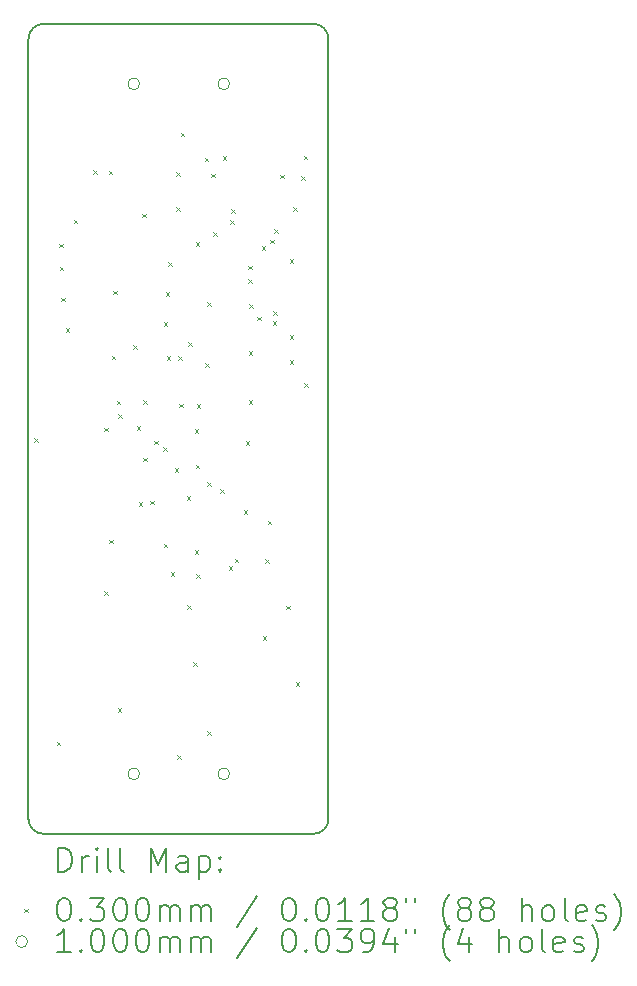
<source format=gbr>
%TF.GenerationSoftware,KiCad,Pcbnew,9.0.6-9.0.6~ubuntu25.10.1*%
%TF.CreationDate,2025-11-10T23:04:37+09:00*%
%TF.ProjectId,bionic-kl5c80a12,62696f6e-6963-42d6-9b6c-356338306131,1*%
%TF.SameCoordinates,Original*%
%TF.FileFunction,Drillmap*%
%TF.FilePolarity,Positive*%
%FSLAX45Y45*%
G04 Gerber Fmt 4.5, Leading zero omitted, Abs format (unit mm)*
G04 Created by KiCad (PCBNEW 9.0.6-9.0.6~ubuntu25.10.1) date 2025-11-10 23:04:37*
%MOMM*%
%LPD*%
G01*
G04 APERTURE LIST*
%ADD10C,0.150000*%
%ADD11C,0.200000*%
%ADD12C,0.100000*%
G04 APERTURE END LIST*
D10*
X10100000Y-7127000D02*
X10100000Y-13731000D01*
X10227000Y-13858000D02*
G75*
G02*
X10100000Y-13731000I0J127000D01*
G01*
X10227000Y-13858000D02*
X12513000Y-13858000D01*
X12513000Y-7000000D02*
G75*
G02*
X12640000Y-7127000I0J-127000D01*
G01*
X12640000Y-13731000D02*
G75*
G02*
X12513000Y-13858000I-127000J0D01*
G01*
X12640000Y-13731000D02*
X12640000Y-7127000D01*
X10100000Y-7127000D02*
G75*
G02*
X10227000Y-7000000I127000J0D01*
G01*
X12513000Y-7000000D02*
X10227000Y-7000000D01*
D11*
D12*
X10151040Y-10510520D02*
X10181040Y-10540520D01*
X10181040Y-10510520D02*
X10151040Y-10540520D01*
X10339000Y-13078460D02*
X10369000Y-13108460D01*
X10369000Y-13078460D02*
X10339000Y-13108460D01*
X10361860Y-8862700D02*
X10391860Y-8892700D01*
X10391860Y-8862700D02*
X10361860Y-8892700D01*
X10364400Y-9057700D02*
X10394400Y-9087700D01*
X10394400Y-9057700D02*
X10364400Y-9087700D01*
X10377100Y-9317700D02*
X10407100Y-9347700D01*
X10407100Y-9317700D02*
X10377100Y-9347700D01*
X10415500Y-9577700D02*
X10445500Y-9607700D01*
X10445500Y-9577700D02*
X10415500Y-9607700D01*
X10483780Y-8658860D02*
X10513780Y-8688860D01*
X10513780Y-8658860D02*
X10483780Y-8688860D01*
X10646340Y-8237220D02*
X10676340Y-8267220D01*
X10676340Y-8237220D02*
X10646340Y-8267220D01*
X10740320Y-11805920D02*
X10770320Y-11835920D01*
X10770320Y-11805920D02*
X10740320Y-11835920D01*
X10740454Y-10419080D02*
X10770454Y-10449080D01*
X10770454Y-10419080D02*
X10740454Y-10449080D01*
X10778420Y-8244840D02*
X10808420Y-8274840D01*
X10808420Y-8244840D02*
X10778420Y-8274840D01*
X10786040Y-11369040D02*
X10816040Y-11399040D01*
X10816040Y-11369040D02*
X10786040Y-11399040D01*
X10803820Y-9809480D02*
X10833820Y-9839480D01*
X10833820Y-9809480D02*
X10803820Y-9839480D01*
X10816520Y-9260840D02*
X10846520Y-9290840D01*
X10846520Y-9260840D02*
X10816520Y-9290840D01*
X10847000Y-10190480D02*
X10877000Y-10220480D01*
X10877000Y-10190480D02*
X10847000Y-10220480D01*
X10854620Y-12796520D02*
X10884620Y-12826520D01*
X10884620Y-12796520D02*
X10854620Y-12826520D01*
X10860454Y-10305534D02*
X10890454Y-10335534D01*
X10890454Y-10305534D02*
X10860454Y-10335534D01*
X10986700Y-9720580D02*
X11016700Y-9750580D01*
X11016700Y-9720580D02*
X10986700Y-9750580D01*
X11017697Y-10405864D02*
X11047697Y-10435864D01*
X11047697Y-10405864D02*
X11017697Y-10435864D01*
X11032420Y-11051540D02*
X11062420Y-11081540D01*
X11062420Y-11051540D02*
X11032420Y-11081540D01*
X11062900Y-8608060D02*
X11092900Y-8638060D01*
X11092900Y-8608060D02*
X11062900Y-8638060D01*
X11070520Y-10673080D02*
X11100520Y-10703080D01*
X11100520Y-10673080D02*
X11070520Y-10703080D01*
X11073060Y-10187000D02*
X11103060Y-10217000D01*
X11103060Y-10187000D02*
X11073060Y-10217000D01*
X11130727Y-11038087D02*
X11160727Y-11068087D01*
X11160727Y-11038087D02*
X11130727Y-11068087D01*
X11164500Y-10529880D02*
X11194500Y-10559880D01*
X11194500Y-10529880D02*
X11164500Y-10559880D01*
X11243240Y-10586720D02*
X11273240Y-10616720D01*
X11273240Y-10586720D02*
X11243240Y-10616720D01*
X11244077Y-11402500D02*
X11274077Y-11432500D01*
X11274077Y-11402500D02*
X11244077Y-11432500D01*
X11245780Y-9525000D02*
X11275780Y-9555000D01*
X11275780Y-9525000D02*
X11245780Y-9555000D01*
X11263560Y-9271000D02*
X11293560Y-9301000D01*
X11293560Y-9271000D02*
X11263560Y-9301000D01*
X11271180Y-9812980D02*
X11301180Y-9842980D01*
X11301180Y-9812980D02*
X11271180Y-9842980D01*
X11283880Y-9017000D02*
X11313880Y-9047000D01*
X11313880Y-9017000D02*
X11283880Y-9047000D01*
X11304200Y-11643360D02*
X11334200Y-11673360D01*
X11334200Y-11643360D02*
X11304200Y-11673360D01*
X11337220Y-10761980D02*
X11367220Y-10791980D01*
X11367220Y-10761980D02*
X11337220Y-10791980D01*
X11352460Y-8255000D02*
X11382460Y-8285000D01*
X11382460Y-8255000D02*
X11352460Y-8285000D01*
X11352460Y-8554720D02*
X11382460Y-8584720D01*
X11382460Y-8554720D02*
X11352460Y-8584720D01*
X11357540Y-13192760D02*
X11387540Y-13222760D01*
X11387540Y-13192760D02*
X11357540Y-13222760D01*
X11366120Y-9812980D02*
X11396120Y-9842980D01*
X11396120Y-9812980D02*
X11366120Y-9842980D01*
X11375320Y-10215880D02*
X11405320Y-10245880D01*
X11405320Y-10215880D02*
X11375320Y-10245880D01*
X11390560Y-7922260D02*
X11420560Y-7952260D01*
X11420560Y-7922260D02*
X11390560Y-7952260D01*
X11438580Y-10999780D02*
X11468580Y-11029780D01*
X11468580Y-10999780D02*
X11438580Y-11029780D01*
X11443790Y-11920220D02*
X11473790Y-11950220D01*
X11473790Y-11920220D02*
X11443790Y-11950220D01*
X11453987Y-9693600D02*
X11483987Y-9723600D01*
X11483987Y-9693600D02*
X11453987Y-9723600D01*
X11494765Y-12402755D02*
X11524765Y-12432755D01*
X11524765Y-12402755D02*
X11494765Y-12432755D01*
X11507400Y-10433360D02*
X11537400Y-10463360D01*
X11537400Y-10433360D02*
X11507400Y-10463360D01*
X11508790Y-11457000D02*
X11538790Y-11487000D01*
X11538790Y-11457000D02*
X11508790Y-11487000D01*
X11517560Y-8849360D02*
X11547560Y-8879360D01*
X11547560Y-8849360D02*
X11517560Y-8879360D01*
X11517560Y-10734040D02*
X11547560Y-10764040D01*
X11547560Y-10734040D02*
X11517560Y-10764040D01*
X11520100Y-11657500D02*
X11550100Y-11687500D01*
X11550100Y-11657500D02*
X11520100Y-11687500D01*
X11525180Y-10220960D02*
X11555180Y-10250960D01*
X11555180Y-10220960D02*
X11525180Y-10250960D01*
X11591220Y-8132445D02*
X11621220Y-8162445D01*
X11621220Y-8132445D02*
X11591220Y-8162445D01*
X11598840Y-9872980D02*
X11628840Y-9902980D01*
X11628840Y-9872980D02*
X11598840Y-9902980D01*
X11611540Y-9357360D02*
X11641540Y-9387360D01*
X11641540Y-9357360D02*
X11611540Y-9387360D01*
X11614080Y-10879780D02*
X11644080Y-10909780D01*
X11644080Y-10879780D02*
X11614080Y-10909780D01*
X11614080Y-12987020D02*
X11644080Y-13017020D01*
X11644080Y-12987020D02*
X11614080Y-13017020D01*
X11649640Y-8267700D02*
X11679640Y-8297700D01*
X11679640Y-8267700D02*
X11649640Y-8297700D01*
X11664880Y-8763000D02*
X11694880Y-8793000D01*
X11694880Y-8763000D02*
X11664880Y-8793000D01*
X11723300Y-10939780D02*
X11753300Y-10969780D01*
X11753300Y-10939780D02*
X11723300Y-10969780D01*
X11746160Y-8120380D02*
X11776160Y-8150380D01*
X11776160Y-8120380D02*
X11746160Y-8150380D01*
X11796960Y-11592500D02*
X11826960Y-11622500D01*
X11826960Y-11592500D02*
X11796960Y-11622500D01*
X11809660Y-8663000D02*
X11839660Y-8693000D01*
X11839660Y-8663000D02*
X11809660Y-8693000D01*
X11814740Y-8569000D02*
X11844740Y-8599000D01*
X11844740Y-8569000D02*
X11814740Y-8599000D01*
X11847760Y-11527500D02*
X11877760Y-11557500D01*
X11877760Y-11527500D02*
X11847760Y-11557500D01*
X11923000Y-11120120D02*
X11953000Y-11150120D01*
X11953000Y-11120120D02*
X11923000Y-11150120D01*
X11939200Y-10535920D02*
X11969200Y-10565920D01*
X11969200Y-10535920D02*
X11939200Y-10565920D01*
X11962060Y-9047480D02*
X11992060Y-9077480D01*
X11992060Y-9047480D02*
X11962060Y-9077480D01*
X11962060Y-9164320D02*
X11992060Y-9194320D01*
X11992060Y-9164320D02*
X11962060Y-9194320D01*
X11965560Y-9772700D02*
X11995560Y-9802700D01*
X11995560Y-9772700D02*
X11965560Y-9802700D01*
X11965560Y-10187000D02*
X11995560Y-10217000D01*
X11995560Y-10187000D02*
X11965560Y-10217000D01*
X11968410Y-9373870D02*
X11998410Y-9403870D01*
X11998410Y-9373870D02*
X11968410Y-9403870D01*
X12038776Y-9479797D02*
X12068776Y-9509797D01*
X12068776Y-9479797D02*
X12038776Y-9509797D01*
X12073820Y-8882380D02*
X12103820Y-8912380D01*
X12103820Y-8882380D02*
X12073820Y-8912380D01*
X12083980Y-12186920D02*
X12113980Y-12216920D01*
X12113980Y-12186920D02*
X12083980Y-12216920D01*
X12106840Y-11534140D02*
X12136840Y-11564140D01*
X12136840Y-11534140D02*
X12106840Y-11564140D01*
X12125560Y-11206480D02*
X12155560Y-11236480D01*
X12155560Y-11206480D02*
X12125560Y-11236480D01*
X12144940Y-8829040D02*
X12174940Y-8859040D01*
X12174940Y-8829040D02*
X12144940Y-8859040D01*
X12169939Y-9518340D02*
X12199939Y-9548340D01*
X12199939Y-9518340D02*
X12169939Y-9548340D01*
X12171300Y-9432126D02*
X12201300Y-9462126D01*
X12201300Y-9432126D02*
X12171300Y-9462126D01*
X12183040Y-8737600D02*
X12213040Y-8767600D01*
X12213040Y-8737600D02*
X12183040Y-8767600D01*
X12233840Y-8277860D02*
X12263840Y-8307860D01*
X12263840Y-8277860D02*
X12233840Y-8307860D01*
X12282100Y-11927840D02*
X12312100Y-11957840D01*
X12312100Y-11927840D02*
X12282100Y-11957840D01*
X12312580Y-8994140D02*
X12342580Y-9024140D01*
X12342580Y-8994140D02*
X12312580Y-9024140D01*
X12312580Y-9638340D02*
X12342580Y-9668340D01*
X12342580Y-9638340D02*
X12312580Y-9668340D01*
X12312580Y-9850120D02*
X12342580Y-9880120D01*
X12342580Y-9850120D02*
X12312580Y-9880120D01*
X12340520Y-8554720D02*
X12370520Y-8584720D01*
X12370520Y-8554720D02*
X12340520Y-8584720D01*
X12363380Y-12575540D02*
X12393380Y-12605540D01*
X12393380Y-12575540D02*
X12363380Y-12605540D01*
X12407500Y-8290560D02*
X12437500Y-8320560D01*
X12437500Y-8290560D02*
X12407500Y-8320560D01*
X12431960Y-8115300D02*
X12461960Y-8145300D01*
X12461960Y-8115300D02*
X12431960Y-8145300D01*
X12434500Y-10043160D02*
X12464500Y-10073160D01*
X12464500Y-10043160D02*
X12434500Y-10073160D01*
X11041540Y-7508000D02*
G75*
G02*
X10941540Y-7508000I-50000J0D01*
G01*
X10941540Y-7508000D02*
G75*
G02*
X11041540Y-7508000I50000J0D01*
G01*
X11041540Y-13350000D02*
G75*
G02*
X10941540Y-13350000I-50000J0D01*
G01*
X10941540Y-13350000D02*
G75*
G02*
X11041540Y-13350000I50000J0D01*
G01*
X11803540Y-7508000D02*
G75*
G02*
X11703540Y-7508000I-50000J0D01*
G01*
X11703540Y-7508000D02*
G75*
G02*
X11803540Y-7508000I50000J0D01*
G01*
X11803540Y-13350000D02*
G75*
G02*
X11703540Y-13350000I-50000J0D01*
G01*
X11703540Y-13350000D02*
G75*
G02*
X11803540Y-13350000I50000J0D01*
G01*
D11*
X10353277Y-14176984D02*
X10353277Y-13976984D01*
X10353277Y-13976984D02*
X10400896Y-13976984D01*
X10400896Y-13976984D02*
X10429467Y-13986508D01*
X10429467Y-13986508D02*
X10448515Y-14005555D01*
X10448515Y-14005555D02*
X10458039Y-14024603D01*
X10458039Y-14024603D02*
X10467563Y-14062698D01*
X10467563Y-14062698D02*
X10467563Y-14091269D01*
X10467563Y-14091269D02*
X10458039Y-14129365D01*
X10458039Y-14129365D02*
X10448515Y-14148412D01*
X10448515Y-14148412D02*
X10429467Y-14167460D01*
X10429467Y-14167460D02*
X10400896Y-14176984D01*
X10400896Y-14176984D02*
X10353277Y-14176984D01*
X10553277Y-14176984D02*
X10553277Y-14043650D01*
X10553277Y-14081746D02*
X10562801Y-14062698D01*
X10562801Y-14062698D02*
X10572324Y-14053174D01*
X10572324Y-14053174D02*
X10591372Y-14043650D01*
X10591372Y-14043650D02*
X10610420Y-14043650D01*
X10677086Y-14176984D02*
X10677086Y-14043650D01*
X10677086Y-13976984D02*
X10667563Y-13986508D01*
X10667563Y-13986508D02*
X10677086Y-13996031D01*
X10677086Y-13996031D02*
X10686610Y-13986508D01*
X10686610Y-13986508D02*
X10677086Y-13976984D01*
X10677086Y-13976984D02*
X10677086Y-13996031D01*
X10800896Y-14176984D02*
X10781848Y-14167460D01*
X10781848Y-14167460D02*
X10772324Y-14148412D01*
X10772324Y-14148412D02*
X10772324Y-13976984D01*
X10905658Y-14176984D02*
X10886610Y-14167460D01*
X10886610Y-14167460D02*
X10877086Y-14148412D01*
X10877086Y-14148412D02*
X10877086Y-13976984D01*
X11134229Y-14176984D02*
X11134229Y-13976984D01*
X11134229Y-13976984D02*
X11200896Y-14119841D01*
X11200896Y-14119841D02*
X11267562Y-13976984D01*
X11267562Y-13976984D02*
X11267562Y-14176984D01*
X11448515Y-14176984D02*
X11448515Y-14072222D01*
X11448515Y-14072222D02*
X11438991Y-14053174D01*
X11438991Y-14053174D02*
X11419943Y-14043650D01*
X11419943Y-14043650D02*
X11381848Y-14043650D01*
X11381848Y-14043650D02*
X11362801Y-14053174D01*
X11448515Y-14167460D02*
X11429467Y-14176984D01*
X11429467Y-14176984D02*
X11381848Y-14176984D01*
X11381848Y-14176984D02*
X11362801Y-14167460D01*
X11362801Y-14167460D02*
X11353277Y-14148412D01*
X11353277Y-14148412D02*
X11353277Y-14129365D01*
X11353277Y-14129365D02*
X11362801Y-14110317D01*
X11362801Y-14110317D02*
X11381848Y-14100793D01*
X11381848Y-14100793D02*
X11429467Y-14100793D01*
X11429467Y-14100793D02*
X11448515Y-14091269D01*
X11543753Y-14043650D02*
X11543753Y-14243650D01*
X11543753Y-14053174D02*
X11562801Y-14043650D01*
X11562801Y-14043650D02*
X11600896Y-14043650D01*
X11600896Y-14043650D02*
X11619943Y-14053174D01*
X11619943Y-14053174D02*
X11629467Y-14062698D01*
X11629467Y-14062698D02*
X11638991Y-14081746D01*
X11638991Y-14081746D02*
X11638991Y-14138888D01*
X11638991Y-14138888D02*
X11629467Y-14157936D01*
X11629467Y-14157936D02*
X11619943Y-14167460D01*
X11619943Y-14167460D02*
X11600896Y-14176984D01*
X11600896Y-14176984D02*
X11562801Y-14176984D01*
X11562801Y-14176984D02*
X11543753Y-14167460D01*
X11724705Y-14157936D02*
X11734229Y-14167460D01*
X11734229Y-14167460D02*
X11724705Y-14176984D01*
X11724705Y-14176984D02*
X11715182Y-14167460D01*
X11715182Y-14167460D02*
X11724705Y-14157936D01*
X11724705Y-14157936D02*
X11724705Y-14176984D01*
X11724705Y-14053174D02*
X11734229Y-14062698D01*
X11734229Y-14062698D02*
X11724705Y-14072222D01*
X11724705Y-14072222D02*
X11715182Y-14062698D01*
X11715182Y-14062698D02*
X11724705Y-14053174D01*
X11724705Y-14053174D02*
X11724705Y-14072222D01*
D12*
X10062500Y-14490500D02*
X10092500Y-14520500D01*
X10092500Y-14490500D02*
X10062500Y-14520500D01*
D11*
X10391372Y-14396984D02*
X10410420Y-14396984D01*
X10410420Y-14396984D02*
X10429467Y-14406508D01*
X10429467Y-14406508D02*
X10438991Y-14416031D01*
X10438991Y-14416031D02*
X10448515Y-14435079D01*
X10448515Y-14435079D02*
X10458039Y-14473174D01*
X10458039Y-14473174D02*
X10458039Y-14520793D01*
X10458039Y-14520793D02*
X10448515Y-14558888D01*
X10448515Y-14558888D02*
X10438991Y-14577936D01*
X10438991Y-14577936D02*
X10429467Y-14587460D01*
X10429467Y-14587460D02*
X10410420Y-14596984D01*
X10410420Y-14596984D02*
X10391372Y-14596984D01*
X10391372Y-14596984D02*
X10372324Y-14587460D01*
X10372324Y-14587460D02*
X10362801Y-14577936D01*
X10362801Y-14577936D02*
X10353277Y-14558888D01*
X10353277Y-14558888D02*
X10343753Y-14520793D01*
X10343753Y-14520793D02*
X10343753Y-14473174D01*
X10343753Y-14473174D02*
X10353277Y-14435079D01*
X10353277Y-14435079D02*
X10362801Y-14416031D01*
X10362801Y-14416031D02*
X10372324Y-14406508D01*
X10372324Y-14406508D02*
X10391372Y-14396984D01*
X10543753Y-14577936D02*
X10553277Y-14587460D01*
X10553277Y-14587460D02*
X10543753Y-14596984D01*
X10543753Y-14596984D02*
X10534229Y-14587460D01*
X10534229Y-14587460D02*
X10543753Y-14577936D01*
X10543753Y-14577936D02*
X10543753Y-14596984D01*
X10619944Y-14396984D02*
X10743753Y-14396984D01*
X10743753Y-14396984D02*
X10677086Y-14473174D01*
X10677086Y-14473174D02*
X10705658Y-14473174D01*
X10705658Y-14473174D02*
X10724705Y-14482698D01*
X10724705Y-14482698D02*
X10734229Y-14492222D01*
X10734229Y-14492222D02*
X10743753Y-14511269D01*
X10743753Y-14511269D02*
X10743753Y-14558888D01*
X10743753Y-14558888D02*
X10734229Y-14577936D01*
X10734229Y-14577936D02*
X10724705Y-14587460D01*
X10724705Y-14587460D02*
X10705658Y-14596984D01*
X10705658Y-14596984D02*
X10648515Y-14596984D01*
X10648515Y-14596984D02*
X10629467Y-14587460D01*
X10629467Y-14587460D02*
X10619944Y-14577936D01*
X10867563Y-14396984D02*
X10886610Y-14396984D01*
X10886610Y-14396984D02*
X10905658Y-14406508D01*
X10905658Y-14406508D02*
X10915182Y-14416031D01*
X10915182Y-14416031D02*
X10924705Y-14435079D01*
X10924705Y-14435079D02*
X10934229Y-14473174D01*
X10934229Y-14473174D02*
X10934229Y-14520793D01*
X10934229Y-14520793D02*
X10924705Y-14558888D01*
X10924705Y-14558888D02*
X10915182Y-14577936D01*
X10915182Y-14577936D02*
X10905658Y-14587460D01*
X10905658Y-14587460D02*
X10886610Y-14596984D01*
X10886610Y-14596984D02*
X10867563Y-14596984D01*
X10867563Y-14596984D02*
X10848515Y-14587460D01*
X10848515Y-14587460D02*
X10838991Y-14577936D01*
X10838991Y-14577936D02*
X10829467Y-14558888D01*
X10829467Y-14558888D02*
X10819944Y-14520793D01*
X10819944Y-14520793D02*
X10819944Y-14473174D01*
X10819944Y-14473174D02*
X10829467Y-14435079D01*
X10829467Y-14435079D02*
X10838991Y-14416031D01*
X10838991Y-14416031D02*
X10848515Y-14406508D01*
X10848515Y-14406508D02*
X10867563Y-14396984D01*
X11058039Y-14396984D02*
X11077086Y-14396984D01*
X11077086Y-14396984D02*
X11096134Y-14406508D01*
X11096134Y-14406508D02*
X11105658Y-14416031D01*
X11105658Y-14416031D02*
X11115182Y-14435079D01*
X11115182Y-14435079D02*
X11124705Y-14473174D01*
X11124705Y-14473174D02*
X11124705Y-14520793D01*
X11124705Y-14520793D02*
X11115182Y-14558888D01*
X11115182Y-14558888D02*
X11105658Y-14577936D01*
X11105658Y-14577936D02*
X11096134Y-14587460D01*
X11096134Y-14587460D02*
X11077086Y-14596984D01*
X11077086Y-14596984D02*
X11058039Y-14596984D01*
X11058039Y-14596984D02*
X11038991Y-14587460D01*
X11038991Y-14587460D02*
X11029467Y-14577936D01*
X11029467Y-14577936D02*
X11019944Y-14558888D01*
X11019944Y-14558888D02*
X11010420Y-14520793D01*
X11010420Y-14520793D02*
X11010420Y-14473174D01*
X11010420Y-14473174D02*
X11019944Y-14435079D01*
X11019944Y-14435079D02*
X11029467Y-14416031D01*
X11029467Y-14416031D02*
X11038991Y-14406508D01*
X11038991Y-14406508D02*
X11058039Y-14396984D01*
X11210420Y-14596984D02*
X11210420Y-14463650D01*
X11210420Y-14482698D02*
X11219943Y-14473174D01*
X11219943Y-14473174D02*
X11238991Y-14463650D01*
X11238991Y-14463650D02*
X11267563Y-14463650D01*
X11267563Y-14463650D02*
X11286610Y-14473174D01*
X11286610Y-14473174D02*
X11296134Y-14492222D01*
X11296134Y-14492222D02*
X11296134Y-14596984D01*
X11296134Y-14492222D02*
X11305658Y-14473174D01*
X11305658Y-14473174D02*
X11324705Y-14463650D01*
X11324705Y-14463650D02*
X11353277Y-14463650D01*
X11353277Y-14463650D02*
X11372324Y-14473174D01*
X11372324Y-14473174D02*
X11381848Y-14492222D01*
X11381848Y-14492222D02*
X11381848Y-14596984D01*
X11477086Y-14596984D02*
X11477086Y-14463650D01*
X11477086Y-14482698D02*
X11486610Y-14473174D01*
X11486610Y-14473174D02*
X11505658Y-14463650D01*
X11505658Y-14463650D02*
X11534229Y-14463650D01*
X11534229Y-14463650D02*
X11553277Y-14473174D01*
X11553277Y-14473174D02*
X11562801Y-14492222D01*
X11562801Y-14492222D02*
X11562801Y-14596984D01*
X11562801Y-14492222D02*
X11572324Y-14473174D01*
X11572324Y-14473174D02*
X11591372Y-14463650D01*
X11591372Y-14463650D02*
X11619943Y-14463650D01*
X11619943Y-14463650D02*
X11638991Y-14473174D01*
X11638991Y-14473174D02*
X11648515Y-14492222D01*
X11648515Y-14492222D02*
X11648515Y-14596984D01*
X12038991Y-14387460D02*
X11867563Y-14644603D01*
X12296134Y-14396984D02*
X12315182Y-14396984D01*
X12315182Y-14396984D02*
X12334229Y-14406508D01*
X12334229Y-14406508D02*
X12343753Y-14416031D01*
X12343753Y-14416031D02*
X12353277Y-14435079D01*
X12353277Y-14435079D02*
X12362801Y-14473174D01*
X12362801Y-14473174D02*
X12362801Y-14520793D01*
X12362801Y-14520793D02*
X12353277Y-14558888D01*
X12353277Y-14558888D02*
X12343753Y-14577936D01*
X12343753Y-14577936D02*
X12334229Y-14587460D01*
X12334229Y-14587460D02*
X12315182Y-14596984D01*
X12315182Y-14596984D02*
X12296134Y-14596984D01*
X12296134Y-14596984D02*
X12277086Y-14587460D01*
X12277086Y-14587460D02*
X12267563Y-14577936D01*
X12267563Y-14577936D02*
X12258039Y-14558888D01*
X12258039Y-14558888D02*
X12248515Y-14520793D01*
X12248515Y-14520793D02*
X12248515Y-14473174D01*
X12248515Y-14473174D02*
X12258039Y-14435079D01*
X12258039Y-14435079D02*
X12267563Y-14416031D01*
X12267563Y-14416031D02*
X12277086Y-14406508D01*
X12277086Y-14406508D02*
X12296134Y-14396984D01*
X12448515Y-14577936D02*
X12458039Y-14587460D01*
X12458039Y-14587460D02*
X12448515Y-14596984D01*
X12448515Y-14596984D02*
X12438991Y-14587460D01*
X12438991Y-14587460D02*
X12448515Y-14577936D01*
X12448515Y-14577936D02*
X12448515Y-14596984D01*
X12581848Y-14396984D02*
X12600896Y-14396984D01*
X12600896Y-14396984D02*
X12619944Y-14406508D01*
X12619944Y-14406508D02*
X12629467Y-14416031D01*
X12629467Y-14416031D02*
X12638991Y-14435079D01*
X12638991Y-14435079D02*
X12648515Y-14473174D01*
X12648515Y-14473174D02*
X12648515Y-14520793D01*
X12648515Y-14520793D02*
X12638991Y-14558888D01*
X12638991Y-14558888D02*
X12629467Y-14577936D01*
X12629467Y-14577936D02*
X12619944Y-14587460D01*
X12619944Y-14587460D02*
X12600896Y-14596984D01*
X12600896Y-14596984D02*
X12581848Y-14596984D01*
X12581848Y-14596984D02*
X12562801Y-14587460D01*
X12562801Y-14587460D02*
X12553277Y-14577936D01*
X12553277Y-14577936D02*
X12543753Y-14558888D01*
X12543753Y-14558888D02*
X12534229Y-14520793D01*
X12534229Y-14520793D02*
X12534229Y-14473174D01*
X12534229Y-14473174D02*
X12543753Y-14435079D01*
X12543753Y-14435079D02*
X12553277Y-14416031D01*
X12553277Y-14416031D02*
X12562801Y-14406508D01*
X12562801Y-14406508D02*
X12581848Y-14396984D01*
X12838991Y-14596984D02*
X12724706Y-14596984D01*
X12781848Y-14596984D02*
X12781848Y-14396984D01*
X12781848Y-14396984D02*
X12762801Y-14425555D01*
X12762801Y-14425555D02*
X12743753Y-14444603D01*
X12743753Y-14444603D02*
X12724706Y-14454127D01*
X13029467Y-14596984D02*
X12915182Y-14596984D01*
X12972325Y-14596984D02*
X12972325Y-14396984D01*
X12972325Y-14396984D02*
X12953277Y-14425555D01*
X12953277Y-14425555D02*
X12934229Y-14444603D01*
X12934229Y-14444603D02*
X12915182Y-14454127D01*
X13143753Y-14482698D02*
X13124706Y-14473174D01*
X13124706Y-14473174D02*
X13115182Y-14463650D01*
X13115182Y-14463650D02*
X13105658Y-14444603D01*
X13105658Y-14444603D02*
X13105658Y-14435079D01*
X13105658Y-14435079D02*
X13115182Y-14416031D01*
X13115182Y-14416031D02*
X13124706Y-14406508D01*
X13124706Y-14406508D02*
X13143753Y-14396984D01*
X13143753Y-14396984D02*
X13181848Y-14396984D01*
X13181848Y-14396984D02*
X13200896Y-14406508D01*
X13200896Y-14406508D02*
X13210420Y-14416031D01*
X13210420Y-14416031D02*
X13219944Y-14435079D01*
X13219944Y-14435079D02*
X13219944Y-14444603D01*
X13219944Y-14444603D02*
X13210420Y-14463650D01*
X13210420Y-14463650D02*
X13200896Y-14473174D01*
X13200896Y-14473174D02*
X13181848Y-14482698D01*
X13181848Y-14482698D02*
X13143753Y-14482698D01*
X13143753Y-14482698D02*
X13124706Y-14492222D01*
X13124706Y-14492222D02*
X13115182Y-14501746D01*
X13115182Y-14501746D02*
X13105658Y-14520793D01*
X13105658Y-14520793D02*
X13105658Y-14558888D01*
X13105658Y-14558888D02*
X13115182Y-14577936D01*
X13115182Y-14577936D02*
X13124706Y-14587460D01*
X13124706Y-14587460D02*
X13143753Y-14596984D01*
X13143753Y-14596984D02*
X13181848Y-14596984D01*
X13181848Y-14596984D02*
X13200896Y-14587460D01*
X13200896Y-14587460D02*
X13210420Y-14577936D01*
X13210420Y-14577936D02*
X13219944Y-14558888D01*
X13219944Y-14558888D02*
X13219944Y-14520793D01*
X13219944Y-14520793D02*
X13210420Y-14501746D01*
X13210420Y-14501746D02*
X13200896Y-14492222D01*
X13200896Y-14492222D02*
X13181848Y-14482698D01*
X13296134Y-14396984D02*
X13296134Y-14435079D01*
X13372325Y-14396984D02*
X13372325Y-14435079D01*
X13667563Y-14673174D02*
X13658039Y-14663650D01*
X13658039Y-14663650D02*
X13638991Y-14635079D01*
X13638991Y-14635079D02*
X13629468Y-14616031D01*
X13629468Y-14616031D02*
X13619944Y-14587460D01*
X13619944Y-14587460D02*
X13610420Y-14539841D01*
X13610420Y-14539841D02*
X13610420Y-14501746D01*
X13610420Y-14501746D02*
X13619944Y-14454127D01*
X13619944Y-14454127D02*
X13629468Y-14425555D01*
X13629468Y-14425555D02*
X13638991Y-14406508D01*
X13638991Y-14406508D02*
X13658039Y-14377936D01*
X13658039Y-14377936D02*
X13667563Y-14368412D01*
X13772325Y-14482698D02*
X13753277Y-14473174D01*
X13753277Y-14473174D02*
X13743753Y-14463650D01*
X13743753Y-14463650D02*
X13734229Y-14444603D01*
X13734229Y-14444603D02*
X13734229Y-14435079D01*
X13734229Y-14435079D02*
X13743753Y-14416031D01*
X13743753Y-14416031D02*
X13753277Y-14406508D01*
X13753277Y-14406508D02*
X13772325Y-14396984D01*
X13772325Y-14396984D02*
X13810420Y-14396984D01*
X13810420Y-14396984D02*
X13829468Y-14406508D01*
X13829468Y-14406508D02*
X13838991Y-14416031D01*
X13838991Y-14416031D02*
X13848515Y-14435079D01*
X13848515Y-14435079D02*
X13848515Y-14444603D01*
X13848515Y-14444603D02*
X13838991Y-14463650D01*
X13838991Y-14463650D02*
X13829468Y-14473174D01*
X13829468Y-14473174D02*
X13810420Y-14482698D01*
X13810420Y-14482698D02*
X13772325Y-14482698D01*
X13772325Y-14482698D02*
X13753277Y-14492222D01*
X13753277Y-14492222D02*
X13743753Y-14501746D01*
X13743753Y-14501746D02*
X13734229Y-14520793D01*
X13734229Y-14520793D02*
X13734229Y-14558888D01*
X13734229Y-14558888D02*
X13743753Y-14577936D01*
X13743753Y-14577936D02*
X13753277Y-14587460D01*
X13753277Y-14587460D02*
X13772325Y-14596984D01*
X13772325Y-14596984D02*
X13810420Y-14596984D01*
X13810420Y-14596984D02*
X13829468Y-14587460D01*
X13829468Y-14587460D02*
X13838991Y-14577936D01*
X13838991Y-14577936D02*
X13848515Y-14558888D01*
X13848515Y-14558888D02*
X13848515Y-14520793D01*
X13848515Y-14520793D02*
X13838991Y-14501746D01*
X13838991Y-14501746D02*
X13829468Y-14492222D01*
X13829468Y-14492222D02*
X13810420Y-14482698D01*
X13962801Y-14482698D02*
X13943753Y-14473174D01*
X13943753Y-14473174D02*
X13934229Y-14463650D01*
X13934229Y-14463650D02*
X13924706Y-14444603D01*
X13924706Y-14444603D02*
X13924706Y-14435079D01*
X13924706Y-14435079D02*
X13934229Y-14416031D01*
X13934229Y-14416031D02*
X13943753Y-14406508D01*
X13943753Y-14406508D02*
X13962801Y-14396984D01*
X13962801Y-14396984D02*
X14000896Y-14396984D01*
X14000896Y-14396984D02*
X14019944Y-14406508D01*
X14019944Y-14406508D02*
X14029468Y-14416031D01*
X14029468Y-14416031D02*
X14038991Y-14435079D01*
X14038991Y-14435079D02*
X14038991Y-14444603D01*
X14038991Y-14444603D02*
X14029468Y-14463650D01*
X14029468Y-14463650D02*
X14019944Y-14473174D01*
X14019944Y-14473174D02*
X14000896Y-14482698D01*
X14000896Y-14482698D02*
X13962801Y-14482698D01*
X13962801Y-14482698D02*
X13943753Y-14492222D01*
X13943753Y-14492222D02*
X13934229Y-14501746D01*
X13934229Y-14501746D02*
X13924706Y-14520793D01*
X13924706Y-14520793D02*
X13924706Y-14558888D01*
X13924706Y-14558888D02*
X13934229Y-14577936D01*
X13934229Y-14577936D02*
X13943753Y-14587460D01*
X13943753Y-14587460D02*
X13962801Y-14596984D01*
X13962801Y-14596984D02*
X14000896Y-14596984D01*
X14000896Y-14596984D02*
X14019944Y-14587460D01*
X14019944Y-14587460D02*
X14029468Y-14577936D01*
X14029468Y-14577936D02*
X14038991Y-14558888D01*
X14038991Y-14558888D02*
X14038991Y-14520793D01*
X14038991Y-14520793D02*
X14029468Y-14501746D01*
X14029468Y-14501746D02*
X14019944Y-14492222D01*
X14019944Y-14492222D02*
X14000896Y-14482698D01*
X14277087Y-14596984D02*
X14277087Y-14396984D01*
X14362801Y-14596984D02*
X14362801Y-14492222D01*
X14362801Y-14492222D02*
X14353277Y-14473174D01*
X14353277Y-14473174D02*
X14334230Y-14463650D01*
X14334230Y-14463650D02*
X14305658Y-14463650D01*
X14305658Y-14463650D02*
X14286610Y-14473174D01*
X14286610Y-14473174D02*
X14277087Y-14482698D01*
X14486610Y-14596984D02*
X14467563Y-14587460D01*
X14467563Y-14587460D02*
X14458039Y-14577936D01*
X14458039Y-14577936D02*
X14448515Y-14558888D01*
X14448515Y-14558888D02*
X14448515Y-14501746D01*
X14448515Y-14501746D02*
X14458039Y-14482698D01*
X14458039Y-14482698D02*
X14467563Y-14473174D01*
X14467563Y-14473174D02*
X14486610Y-14463650D01*
X14486610Y-14463650D02*
X14515182Y-14463650D01*
X14515182Y-14463650D02*
X14534230Y-14473174D01*
X14534230Y-14473174D02*
X14543753Y-14482698D01*
X14543753Y-14482698D02*
X14553277Y-14501746D01*
X14553277Y-14501746D02*
X14553277Y-14558888D01*
X14553277Y-14558888D02*
X14543753Y-14577936D01*
X14543753Y-14577936D02*
X14534230Y-14587460D01*
X14534230Y-14587460D02*
X14515182Y-14596984D01*
X14515182Y-14596984D02*
X14486610Y-14596984D01*
X14667563Y-14596984D02*
X14648515Y-14587460D01*
X14648515Y-14587460D02*
X14638991Y-14568412D01*
X14638991Y-14568412D02*
X14638991Y-14396984D01*
X14819944Y-14587460D02*
X14800896Y-14596984D01*
X14800896Y-14596984D02*
X14762801Y-14596984D01*
X14762801Y-14596984D02*
X14743753Y-14587460D01*
X14743753Y-14587460D02*
X14734230Y-14568412D01*
X14734230Y-14568412D02*
X14734230Y-14492222D01*
X14734230Y-14492222D02*
X14743753Y-14473174D01*
X14743753Y-14473174D02*
X14762801Y-14463650D01*
X14762801Y-14463650D02*
X14800896Y-14463650D01*
X14800896Y-14463650D02*
X14819944Y-14473174D01*
X14819944Y-14473174D02*
X14829468Y-14492222D01*
X14829468Y-14492222D02*
X14829468Y-14511269D01*
X14829468Y-14511269D02*
X14734230Y-14530317D01*
X14905658Y-14587460D02*
X14924706Y-14596984D01*
X14924706Y-14596984D02*
X14962801Y-14596984D01*
X14962801Y-14596984D02*
X14981849Y-14587460D01*
X14981849Y-14587460D02*
X14991372Y-14568412D01*
X14991372Y-14568412D02*
X14991372Y-14558888D01*
X14991372Y-14558888D02*
X14981849Y-14539841D01*
X14981849Y-14539841D02*
X14962801Y-14530317D01*
X14962801Y-14530317D02*
X14934230Y-14530317D01*
X14934230Y-14530317D02*
X14915182Y-14520793D01*
X14915182Y-14520793D02*
X14905658Y-14501746D01*
X14905658Y-14501746D02*
X14905658Y-14492222D01*
X14905658Y-14492222D02*
X14915182Y-14473174D01*
X14915182Y-14473174D02*
X14934230Y-14463650D01*
X14934230Y-14463650D02*
X14962801Y-14463650D01*
X14962801Y-14463650D02*
X14981849Y-14473174D01*
X15058039Y-14673174D02*
X15067563Y-14663650D01*
X15067563Y-14663650D02*
X15086611Y-14635079D01*
X15086611Y-14635079D02*
X15096134Y-14616031D01*
X15096134Y-14616031D02*
X15105658Y-14587460D01*
X15105658Y-14587460D02*
X15115182Y-14539841D01*
X15115182Y-14539841D02*
X15115182Y-14501746D01*
X15115182Y-14501746D02*
X15105658Y-14454127D01*
X15105658Y-14454127D02*
X15096134Y-14425555D01*
X15096134Y-14425555D02*
X15086611Y-14406508D01*
X15086611Y-14406508D02*
X15067563Y-14377936D01*
X15067563Y-14377936D02*
X15058039Y-14368412D01*
D12*
X10092500Y-14769500D02*
G75*
G02*
X9992500Y-14769500I-50000J0D01*
G01*
X9992500Y-14769500D02*
G75*
G02*
X10092500Y-14769500I50000J0D01*
G01*
D11*
X10458039Y-14860984D02*
X10343753Y-14860984D01*
X10400896Y-14860984D02*
X10400896Y-14660984D01*
X10400896Y-14660984D02*
X10381848Y-14689555D01*
X10381848Y-14689555D02*
X10362801Y-14708603D01*
X10362801Y-14708603D02*
X10343753Y-14718127D01*
X10543753Y-14841936D02*
X10553277Y-14851460D01*
X10553277Y-14851460D02*
X10543753Y-14860984D01*
X10543753Y-14860984D02*
X10534229Y-14851460D01*
X10534229Y-14851460D02*
X10543753Y-14841936D01*
X10543753Y-14841936D02*
X10543753Y-14860984D01*
X10677086Y-14660984D02*
X10696134Y-14660984D01*
X10696134Y-14660984D02*
X10715182Y-14670508D01*
X10715182Y-14670508D02*
X10724705Y-14680031D01*
X10724705Y-14680031D02*
X10734229Y-14699079D01*
X10734229Y-14699079D02*
X10743753Y-14737174D01*
X10743753Y-14737174D02*
X10743753Y-14784793D01*
X10743753Y-14784793D02*
X10734229Y-14822888D01*
X10734229Y-14822888D02*
X10724705Y-14841936D01*
X10724705Y-14841936D02*
X10715182Y-14851460D01*
X10715182Y-14851460D02*
X10696134Y-14860984D01*
X10696134Y-14860984D02*
X10677086Y-14860984D01*
X10677086Y-14860984D02*
X10658039Y-14851460D01*
X10658039Y-14851460D02*
X10648515Y-14841936D01*
X10648515Y-14841936D02*
X10638991Y-14822888D01*
X10638991Y-14822888D02*
X10629467Y-14784793D01*
X10629467Y-14784793D02*
X10629467Y-14737174D01*
X10629467Y-14737174D02*
X10638991Y-14699079D01*
X10638991Y-14699079D02*
X10648515Y-14680031D01*
X10648515Y-14680031D02*
X10658039Y-14670508D01*
X10658039Y-14670508D02*
X10677086Y-14660984D01*
X10867563Y-14660984D02*
X10886610Y-14660984D01*
X10886610Y-14660984D02*
X10905658Y-14670508D01*
X10905658Y-14670508D02*
X10915182Y-14680031D01*
X10915182Y-14680031D02*
X10924705Y-14699079D01*
X10924705Y-14699079D02*
X10934229Y-14737174D01*
X10934229Y-14737174D02*
X10934229Y-14784793D01*
X10934229Y-14784793D02*
X10924705Y-14822888D01*
X10924705Y-14822888D02*
X10915182Y-14841936D01*
X10915182Y-14841936D02*
X10905658Y-14851460D01*
X10905658Y-14851460D02*
X10886610Y-14860984D01*
X10886610Y-14860984D02*
X10867563Y-14860984D01*
X10867563Y-14860984D02*
X10848515Y-14851460D01*
X10848515Y-14851460D02*
X10838991Y-14841936D01*
X10838991Y-14841936D02*
X10829467Y-14822888D01*
X10829467Y-14822888D02*
X10819944Y-14784793D01*
X10819944Y-14784793D02*
X10819944Y-14737174D01*
X10819944Y-14737174D02*
X10829467Y-14699079D01*
X10829467Y-14699079D02*
X10838991Y-14680031D01*
X10838991Y-14680031D02*
X10848515Y-14670508D01*
X10848515Y-14670508D02*
X10867563Y-14660984D01*
X11058039Y-14660984D02*
X11077086Y-14660984D01*
X11077086Y-14660984D02*
X11096134Y-14670508D01*
X11096134Y-14670508D02*
X11105658Y-14680031D01*
X11105658Y-14680031D02*
X11115182Y-14699079D01*
X11115182Y-14699079D02*
X11124705Y-14737174D01*
X11124705Y-14737174D02*
X11124705Y-14784793D01*
X11124705Y-14784793D02*
X11115182Y-14822888D01*
X11115182Y-14822888D02*
X11105658Y-14841936D01*
X11105658Y-14841936D02*
X11096134Y-14851460D01*
X11096134Y-14851460D02*
X11077086Y-14860984D01*
X11077086Y-14860984D02*
X11058039Y-14860984D01*
X11058039Y-14860984D02*
X11038991Y-14851460D01*
X11038991Y-14851460D02*
X11029467Y-14841936D01*
X11029467Y-14841936D02*
X11019944Y-14822888D01*
X11019944Y-14822888D02*
X11010420Y-14784793D01*
X11010420Y-14784793D02*
X11010420Y-14737174D01*
X11010420Y-14737174D02*
X11019944Y-14699079D01*
X11019944Y-14699079D02*
X11029467Y-14680031D01*
X11029467Y-14680031D02*
X11038991Y-14670508D01*
X11038991Y-14670508D02*
X11058039Y-14660984D01*
X11210420Y-14860984D02*
X11210420Y-14727650D01*
X11210420Y-14746698D02*
X11219943Y-14737174D01*
X11219943Y-14737174D02*
X11238991Y-14727650D01*
X11238991Y-14727650D02*
X11267563Y-14727650D01*
X11267563Y-14727650D02*
X11286610Y-14737174D01*
X11286610Y-14737174D02*
X11296134Y-14756222D01*
X11296134Y-14756222D02*
X11296134Y-14860984D01*
X11296134Y-14756222D02*
X11305658Y-14737174D01*
X11305658Y-14737174D02*
X11324705Y-14727650D01*
X11324705Y-14727650D02*
X11353277Y-14727650D01*
X11353277Y-14727650D02*
X11372324Y-14737174D01*
X11372324Y-14737174D02*
X11381848Y-14756222D01*
X11381848Y-14756222D02*
X11381848Y-14860984D01*
X11477086Y-14860984D02*
X11477086Y-14727650D01*
X11477086Y-14746698D02*
X11486610Y-14737174D01*
X11486610Y-14737174D02*
X11505658Y-14727650D01*
X11505658Y-14727650D02*
X11534229Y-14727650D01*
X11534229Y-14727650D02*
X11553277Y-14737174D01*
X11553277Y-14737174D02*
X11562801Y-14756222D01*
X11562801Y-14756222D02*
X11562801Y-14860984D01*
X11562801Y-14756222D02*
X11572324Y-14737174D01*
X11572324Y-14737174D02*
X11591372Y-14727650D01*
X11591372Y-14727650D02*
X11619943Y-14727650D01*
X11619943Y-14727650D02*
X11638991Y-14737174D01*
X11638991Y-14737174D02*
X11648515Y-14756222D01*
X11648515Y-14756222D02*
X11648515Y-14860984D01*
X12038991Y-14651460D02*
X11867563Y-14908603D01*
X12296134Y-14660984D02*
X12315182Y-14660984D01*
X12315182Y-14660984D02*
X12334229Y-14670508D01*
X12334229Y-14670508D02*
X12343753Y-14680031D01*
X12343753Y-14680031D02*
X12353277Y-14699079D01*
X12353277Y-14699079D02*
X12362801Y-14737174D01*
X12362801Y-14737174D02*
X12362801Y-14784793D01*
X12362801Y-14784793D02*
X12353277Y-14822888D01*
X12353277Y-14822888D02*
X12343753Y-14841936D01*
X12343753Y-14841936D02*
X12334229Y-14851460D01*
X12334229Y-14851460D02*
X12315182Y-14860984D01*
X12315182Y-14860984D02*
X12296134Y-14860984D01*
X12296134Y-14860984D02*
X12277086Y-14851460D01*
X12277086Y-14851460D02*
X12267563Y-14841936D01*
X12267563Y-14841936D02*
X12258039Y-14822888D01*
X12258039Y-14822888D02*
X12248515Y-14784793D01*
X12248515Y-14784793D02*
X12248515Y-14737174D01*
X12248515Y-14737174D02*
X12258039Y-14699079D01*
X12258039Y-14699079D02*
X12267563Y-14680031D01*
X12267563Y-14680031D02*
X12277086Y-14670508D01*
X12277086Y-14670508D02*
X12296134Y-14660984D01*
X12448515Y-14841936D02*
X12458039Y-14851460D01*
X12458039Y-14851460D02*
X12448515Y-14860984D01*
X12448515Y-14860984D02*
X12438991Y-14851460D01*
X12438991Y-14851460D02*
X12448515Y-14841936D01*
X12448515Y-14841936D02*
X12448515Y-14860984D01*
X12581848Y-14660984D02*
X12600896Y-14660984D01*
X12600896Y-14660984D02*
X12619944Y-14670508D01*
X12619944Y-14670508D02*
X12629467Y-14680031D01*
X12629467Y-14680031D02*
X12638991Y-14699079D01*
X12638991Y-14699079D02*
X12648515Y-14737174D01*
X12648515Y-14737174D02*
X12648515Y-14784793D01*
X12648515Y-14784793D02*
X12638991Y-14822888D01*
X12638991Y-14822888D02*
X12629467Y-14841936D01*
X12629467Y-14841936D02*
X12619944Y-14851460D01*
X12619944Y-14851460D02*
X12600896Y-14860984D01*
X12600896Y-14860984D02*
X12581848Y-14860984D01*
X12581848Y-14860984D02*
X12562801Y-14851460D01*
X12562801Y-14851460D02*
X12553277Y-14841936D01*
X12553277Y-14841936D02*
X12543753Y-14822888D01*
X12543753Y-14822888D02*
X12534229Y-14784793D01*
X12534229Y-14784793D02*
X12534229Y-14737174D01*
X12534229Y-14737174D02*
X12543753Y-14699079D01*
X12543753Y-14699079D02*
X12553277Y-14680031D01*
X12553277Y-14680031D02*
X12562801Y-14670508D01*
X12562801Y-14670508D02*
X12581848Y-14660984D01*
X12715182Y-14660984D02*
X12838991Y-14660984D01*
X12838991Y-14660984D02*
X12772325Y-14737174D01*
X12772325Y-14737174D02*
X12800896Y-14737174D01*
X12800896Y-14737174D02*
X12819944Y-14746698D01*
X12819944Y-14746698D02*
X12829467Y-14756222D01*
X12829467Y-14756222D02*
X12838991Y-14775269D01*
X12838991Y-14775269D02*
X12838991Y-14822888D01*
X12838991Y-14822888D02*
X12829467Y-14841936D01*
X12829467Y-14841936D02*
X12819944Y-14851460D01*
X12819944Y-14851460D02*
X12800896Y-14860984D01*
X12800896Y-14860984D02*
X12743753Y-14860984D01*
X12743753Y-14860984D02*
X12724706Y-14851460D01*
X12724706Y-14851460D02*
X12715182Y-14841936D01*
X12934229Y-14860984D02*
X12972325Y-14860984D01*
X12972325Y-14860984D02*
X12991372Y-14851460D01*
X12991372Y-14851460D02*
X13000896Y-14841936D01*
X13000896Y-14841936D02*
X13019944Y-14813365D01*
X13019944Y-14813365D02*
X13029467Y-14775269D01*
X13029467Y-14775269D02*
X13029467Y-14699079D01*
X13029467Y-14699079D02*
X13019944Y-14680031D01*
X13019944Y-14680031D02*
X13010420Y-14670508D01*
X13010420Y-14670508D02*
X12991372Y-14660984D01*
X12991372Y-14660984D02*
X12953277Y-14660984D01*
X12953277Y-14660984D02*
X12934229Y-14670508D01*
X12934229Y-14670508D02*
X12924706Y-14680031D01*
X12924706Y-14680031D02*
X12915182Y-14699079D01*
X12915182Y-14699079D02*
X12915182Y-14746698D01*
X12915182Y-14746698D02*
X12924706Y-14765746D01*
X12924706Y-14765746D02*
X12934229Y-14775269D01*
X12934229Y-14775269D02*
X12953277Y-14784793D01*
X12953277Y-14784793D02*
X12991372Y-14784793D01*
X12991372Y-14784793D02*
X13010420Y-14775269D01*
X13010420Y-14775269D02*
X13019944Y-14765746D01*
X13019944Y-14765746D02*
X13029467Y-14746698D01*
X13200896Y-14727650D02*
X13200896Y-14860984D01*
X13153277Y-14651460D02*
X13105658Y-14794317D01*
X13105658Y-14794317D02*
X13229467Y-14794317D01*
X13296134Y-14660984D02*
X13296134Y-14699079D01*
X13372325Y-14660984D02*
X13372325Y-14699079D01*
X13667563Y-14937174D02*
X13658039Y-14927650D01*
X13658039Y-14927650D02*
X13638991Y-14899079D01*
X13638991Y-14899079D02*
X13629468Y-14880031D01*
X13629468Y-14880031D02*
X13619944Y-14851460D01*
X13619944Y-14851460D02*
X13610420Y-14803841D01*
X13610420Y-14803841D02*
X13610420Y-14765746D01*
X13610420Y-14765746D02*
X13619944Y-14718127D01*
X13619944Y-14718127D02*
X13629468Y-14689555D01*
X13629468Y-14689555D02*
X13638991Y-14670508D01*
X13638991Y-14670508D02*
X13658039Y-14641936D01*
X13658039Y-14641936D02*
X13667563Y-14632412D01*
X13829468Y-14727650D02*
X13829468Y-14860984D01*
X13781848Y-14651460D02*
X13734229Y-14794317D01*
X13734229Y-14794317D02*
X13858039Y-14794317D01*
X14086610Y-14860984D02*
X14086610Y-14660984D01*
X14172325Y-14860984D02*
X14172325Y-14756222D01*
X14172325Y-14756222D02*
X14162801Y-14737174D01*
X14162801Y-14737174D02*
X14143753Y-14727650D01*
X14143753Y-14727650D02*
X14115182Y-14727650D01*
X14115182Y-14727650D02*
X14096134Y-14737174D01*
X14096134Y-14737174D02*
X14086610Y-14746698D01*
X14296134Y-14860984D02*
X14277087Y-14851460D01*
X14277087Y-14851460D02*
X14267563Y-14841936D01*
X14267563Y-14841936D02*
X14258039Y-14822888D01*
X14258039Y-14822888D02*
X14258039Y-14765746D01*
X14258039Y-14765746D02*
X14267563Y-14746698D01*
X14267563Y-14746698D02*
X14277087Y-14737174D01*
X14277087Y-14737174D02*
X14296134Y-14727650D01*
X14296134Y-14727650D02*
X14324706Y-14727650D01*
X14324706Y-14727650D02*
X14343753Y-14737174D01*
X14343753Y-14737174D02*
X14353277Y-14746698D01*
X14353277Y-14746698D02*
X14362801Y-14765746D01*
X14362801Y-14765746D02*
X14362801Y-14822888D01*
X14362801Y-14822888D02*
X14353277Y-14841936D01*
X14353277Y-14841936D02*
X14343753Y-14851460D01*
X14343753Y-14851460D02*
X14324706Y-14860984D01*
X14324706Y-14860984D02*
X14296134Y-14860984D01*
X14477087Y-14860984D02*
X14458039Y-14851460D01*
X14458039Y-14851460D02*
X14448515Y-14832412D01*
X14448515Y-14832412D02*
X14448515Y-14660984D01*
X14629468Y-14851460D02*
X14610420Y-14860984D01*
X14610420Y-14860984D02*
X14572325Y-14860984D01*
X14572325Y-14860984D02*
X14553277Y-14851460D01*
X14553277Y-14851460D02*
X14543753Y-14832412D01*
X14543753Y-14832412D02*
X14543753Y-14756222D01*
X14543753Y-14756222D02*
X14553277Y-14737174D01*
X14553277Y-14737174D02*
X14572325Y-14727650D01*
X14572325Y-14727650D02*
X14610420Y-14727650D01*
X14610420Y-14727650D02*
X14629468Y-14737174D01*
X14629468Y-14737174D02*
X14638991Y-14756222D01*
X14638991Y-14756222D02*
X14638991Y-14775269D01*
X14638991Y-14775269D02*
X14543753Y-14794317D01*
X14715182Y-14851460D02*
X14734230Y-14860984D01*
X14734230Y-14860984D02*
X14772325Y-14860984D01*
X14772325Y-14860984D02*
X14791372Y-14851460D01*
X14791372Y-14851460D02*
X14800896Y-14832412D01*
X14800896Y-14832412D02*
X14800896Y-14822888D01*
X14800896Y-14822888D02*
X14791372Y-14803841D01*
X14791372Y-14803841D02*
X14772325Y-14794317D01*
X14772325Y-14794317D02*
X14743753Y-14794317D01*
X14743753Y-14794317D02*
X14724706Y-14784793D01*
X14724706Y-14784793D02*
X14715182Y-14765746D01*
X14715182Y-14765746D02*
X14715182Y-14756222D01*
X14715182Y-14756222D02*
X14724706Y-14737174D01*
X14724706Y-14737174D02*
X14743753Y-14727650D01*
X14743753Y-14727650D02*
X14772325Y-14727650D01*
X14772325Y-14727650D02*
X14791372Y-14737174D01*
X14867563Y-14937174D02*
X14877087Y-14927650D01*
X14877087Y-14927650D02*
X14896134Y-14899079D01*
X14896134Y-14899079D02*
X14905658Y-14880031D01*
X14905658Y-14880031D02*
X14915182Y-14851460D01*
X14915182Y-14851460D02*
X14924706Y-14803841D01*
X14924706Y-14803841D02*
X14924706Y-14765746D01*
X14924706Y-14765746D02*
X14915182Y-14718127D01*
X14915182Y-14718127D02*
X14905658Y-14689555D01*
X14905658Y-14689555D02*
X14896134Y-14670508D01*
X14896134Y-14670508D02*
X14877087Y-14641936D01*
X14877087Y-14641936D02*
X14867563Y-14632412D01*
M02*

</source>
